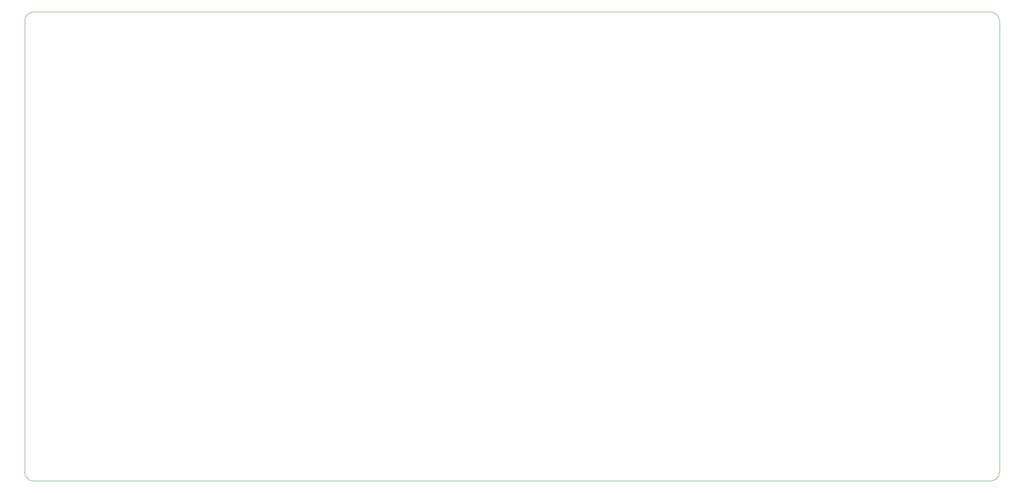
<source format=gm1>
G04 #@! TF.GenerationSoftware,KiCad,Pcbnew,(7.0.0)*
G04 #@! TF.CreationDate,2024-03-28T20:34:17-07:00*
G04 #@! TF.ProjectId,video_output,76696465-6f5f-46f7-9574-7075742e6b69,rev?*
G04 #@! TF.SameCoordinates,Original*
G04 #@! TF.FileFunction,Profile,NP*
%FSLAX46Y46*%
G04 Gerber Fmt 4.6, Leading zero omitted, Abs format (unit mm)*
G04 Created by KiCad (PCBNEW (7.0.0)) date 2024-03-28 20:34:17*
%MOMM*%
%LPD*%
G01*
G04 APERTURE LIST*
G04 #@! TA.AperFunction,Profile*
%ADD10C,0.100000*%
G04 #@! TD*
G04 APERTURE END LIST*
D10*
X254000000Y-52705000D02*
X254000000Y-146685000D01*
X252095000Y-148590000D02*
G75*
G03*
X254000000Y-146685000I0J1905000D01*
G01*
X50800000Y-146685000D02*
G75*
G03*
X52705000Y-148590000I1905000J0D01*
G01*
X50800000Y-146685000D02*
X50800000Y-52705000D01*
X52705000Y-50800000D02*
G75*
G03*
X50800000Y-52705000I0J-1905000D01*
G01*
X252095000Y-148590000D02*
X52705000Y-148590000D01*
X254000000Y-52705000D02*
G75*
G03*
X252095000Y-50800000I-1905000J0D01*
G01*
X52705000Y-50800000D02*
X252095000Y-50800000D01*
M02*

</source>
